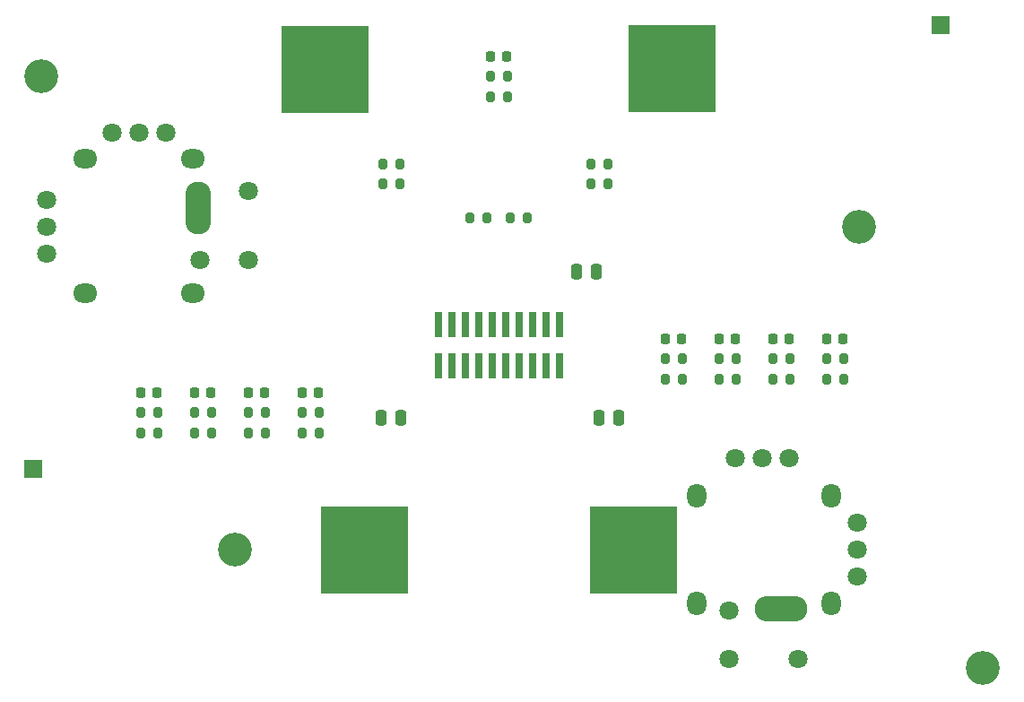
<source format=gbs>
%TF.GenerationSoftware,KiCad,Pcbnew,9.0.5*%
%TF.CreationDate,2025-11-15T17:59:51+00:00*%
%TF.ProjectId,gk-controls,676b2d63-6f6e-4747-926f-6c732e6b6963,rev?*%
%TF.SameCoordinates,Original*%
%TF.FileFunction,Soldermask,Bot*%
%TF.FilePolarity,Negative*%
%FSLAX46Y46*%
G04 Gerber Fmt 4.6, Leading zero omitted, Abs format (unit mm)*
G04 Created by KiCad (PCBNEW 9.0.5) date 2025-11-15 17:59:51*
%MOMM*%
%LPD*%
G01*
G04 APERTURE LIST*
G04 Aperture macros list*
%AMRoundRect*
0 Rectangle with rounded corners*
0 $1 Rounding radius*
0 $2 $3 $4 $5 $6 $7 $8 $9 X,Y pos of 4 corners*
0 Add a 4 corners polygon primitive as box body*
4,1,4,$2,$3,$4,$5,$6,$7,$8,$9,$2,$3,0*
0 Add four circle primitives for the rounded corners*
1,1,$1+$1,$2,$3*
1,1,$1+$1,$4,$5*
1,1,$1+$1,$6,$7*
1,1,$1+$1,$8,$9*
0 Add four rect primitives between the rounded corners*
20,1,$1+$1,$2,$3,$4,$5,0*
20,1,$1+$1,$4,$5,$6,$7,0*
20,1,$1+$1,$6,$7,$8,$9,0*
20,1,$1+$1,$8,$9,$2,$3,0*%
G04 Aperture macros list end*
%ADD10C,0.120000*%
%ADD11C,1.800000*%
%ADD12O,5.000000X2.400000*%
%ADD13O,1.800000X2.300000*%
%ADD14R,1.700000X1.700000*%
%ADD15C,3.200000*%
%ADD16O,2.400000X5.000000*%
%ADD17O,2.300000X1.800000*%
%ADD18RoundRect,0.200000X-0.200000X-0.275000X0.200000X-0.275000X0.200000X0.275000X-0.200000X0.275000X0*%
%ADD19RoundRect,0.200000X0.200000X0.275000X-0.200000X0.275000X-0.200000X-0.275000X0.200000X-0.275000X0*%
%ADD20R,0.740000X2.400000*%
%ADD21RoundRect,0.225000X-0.225000X-0.250000X0.225000X-0.250000X0.225000X0.250000X-0.225000X0.250000X0*%
%ADD22RoundRect,0.250000X-0.250000X-0.475000X0.250000X-0.475000X0.250000X0.475000X-0.250000X0.475000X0*%
G04 APERTURE END LIST*
%TO.C,SW_RB1*%
D10*
X127022660Y-37072132D02*
X118894660Y-37072132D01*
X118894660Y-45200132D01*
X127022660Y-45200132D01*
X127022660Y-37072132D01*
G36*
X127022660Y-37072132D02*
G01*
X118894660Y-37072132D01*
X118894660Y-45200132D01*
X127022660Y-45200132D01*
X127022660Y-37072132D01*
G37*
%TO.C,SW_LB1*%
X94272660Y-37122132D02*
X86144660Y-37122132D01*
X86144660Y-45250132D01*
X94272660Y-45250132D01*
X94272660Y-37122132D01*
G36*
X94272660Y-37122132D02*
G01*
X86144660Y-37122132D01*
X86144660Y-45250132D01*
X94272660Y-45250132D01*
X94272660Y-37122132D01*
G37*
%TO.C,SW_RT1*%
X123422660Y-82472132D02*
X115294660Y-82472132D01*
X115294660Y-90600132D01*
X123422660Y-90600132D01*
X123422660Y-82472132D01*
G36*
X123422660Y-82472132D02*
G01*
X115294660Y-82472132D01*
X115294660Y-90600132D01*
X123422660Y-90600132D01*
X123422660Y-82472132D01*
G37*
%TO.C,SW_LT1*%
X98057000Y-82550000D02*
X89929000Y-82550000D01*
X89929000Y-90678000D01*
X98057000Y-90678000D01*
X98057000Y-82550000D01*
G36*
X98057000Y-82550000D02*
G01*
X89929000Y-82550000D01*
X89929000Y-90678000D01*
X98057000Y-90678000D01*
X98057000Y-82550000D01*
G37*
%TD*%
D11*
%TO.C,SW2*%
X134962260Y-96924732D03*
D12*
X133362260Y-92202732D03*
D11*
X128459860Y-96924732D03*
X128459860Y-92352732D03*
X140499460Y-84046932D03*
X140499460Y-86586932D03*
X140499460Y-89126932D03*
X129018660Y-77900132D03*
X131558660Y-77900132D03*
X134098660Y-77900132D03*
D13*
X138061060Y-81506932D03*
X138061060Y-91641532D03*
X125361060Y-91641532D03*
X125361060Y-81506932D03*
%TD*%
D14*
%TO.C,H5*%
X62738000Y-78994000D03*
%TD*%
D15*
%TO.C,H4*%
X152400000Y-97790000D03*
%TD*%
%TO.C,H2*%
X140708660Y-56136132D03*
%TD*%
%TO.C,H3*%
X63500000Y-41910000D03*
%TD*%
D11*
%TO.C,SW1*%
X83047260Y-52732532D03*
D16*
X78325260Y-54332532D03*
D11*
X83047260Y-59234932D03*
X78475260Y-59234932D03*
X70169460Y-47195332D03*
X72709460Y-47195332D03*
X75249460Y-47195332D03*
X64022660Y-58676132D03*
X64022660Y-56136132D03*
X64022660Y-53596132D03*
D17*
X67629460Y-49633732D03*
X77764060Y-49633732D03*
X77764060Y-62333732D03*
X67629460Y-62333732D03*
%TD*%
D15*
%TO.C,H1*%
X81788000Y-86614000D03*
%TD*%
D14*
%TO.C,H6*%
X148358660Y-37086132D03*
%TD*%
D18*
%TO.C,R21*%
X72835000Y-75565000D03*
X74485000Y-75565000D03*
%TD*%
D19*
%TO.C,R27*%
X84645000Y-73660000D03*
X82995000Y-73660000D03*
%TD*%
%TO.C,R25*%
X74485000Y-73660000D03*
X72835000Y-73660000D03*
%TD*%
%TO.C,R28*%
X89725000Y-73660000D03*
X88075000Y-73660000D03*
%TD*%
D20*
%TO.C,J1*%
X112395000Y-69260000D03*
X112395000Y-65360000D03*
X111125000Y-69260000D03*
X111125000Y-65360000D03*
X109855000Y-69260000D03*
X109855000Y-65360000D03*
X108585000Y-69260000D03*
X108585000Y-65360000D03*
X107315000Y-69260000D03*
X107315000Y-65360000D03*
X106045000Y-69260000D03*
X106045000Y-65360000D03*
X104775000Y-69260000D03*
X104775000Y-65360000D03*
X103505000Y-69260000D03*
X103505000Y-65360000D03*
X102235000Y-69260000D03*
X102235000Y-65360000D03*
X100965000Y-69260000D03*
X100965000Y-65360000D03*
%TD*%
D18*
%TO.C,R22*%
X77915000Y-75565000D03*
X79565000Y-75565000D03*
%TD*%
D21*
%TO.C,C12*%
X122415000Y-66675000D03*
X123965000Y-66675000D03*
%TD*%
D18*
%TO.C,R24*%
X88075000Y-75565000D03*
X89725000Y-75565000D03*
%TD*%
D21*
%TO.C,C15*%
X137655000Y-66675000D03*
X139205000Y-66675000D03*
%TD*%
D19*
%TO.C,R19*%
X134175000Y-68580000D03*
X132525000Y-68580000D03*
%TD*%
D18*
%TO.C,R13*%
X122365000Y-70485000D03*
X124015000Y-70485000D03*
%TD*%
D19*
%TO.C,R18*%
X129095000Y-68580000D03*
X127445000Y-68580000D03*
%TD*%
D21*
%TO.C,C22*%
X105905000Y-40005000D03*
X107455000Y-40005000D03*
%TD*%
D19*
%TO.C,R34*%
X107505000Y-41910000D03*
X105855000Y-41910000D03*
%TD*%
D18*
%TO.C,R23*%
X82995000Y-75565000D03*
X84645000Y-75565000D03*
%TD*%
D21*
%TO.C,C17*%
X77965000Y-71755000D03*
X79515000Y-71755000D03*
%TD*%
D18*
%TO.C,R10*%
X115380000Y-52070000D03*
X117030000Y-52070000D03*
%TD*%
D22*
%TO.C,C2*%
X116144000Y-74168000D03*
X118044000Y-74168000D03*
%TD*%
%TO.C,C1*%
X113985000Y-60325000D03*
X115885000Y-60325000D03*
%TD*%
D19*
%TO.C,R26*%
X79565000Y-73660000D03*
X77915000Y-73660000D03*
%TD*%
D21*
%TO.C,C19*%
X88125000Y-71755000D03*
X89675000Y-71755000D03*
%TD*%
%TO.C,C14*%
X132575000Y-66675000D03*
X134125000Y-66675000D03*
%TD*%
D19*
%TO.C,R6*%
X105600000Y-55245000D03*
X103950000Y-55245000D03*
%TD*%
D22*
%TO.C,C3*%
X95570000Y-74168000D03*
X97470000Y-74168000D03*
%TD*%
D19*
%TO.C,R7*%
X97345000Y-50165000D03*
X95695000Y-50165000D03*
%TD*%
D21*
%TO.C,C16*%
X72885000Y-71755000D03*
X74435000Y-71755000D03*
%TD*%
D19*
%TO.C,R17*%
X124015000Y-68580000D03*
X122365000Y-68580000D03*
%TD*%
D18*
%TO.C,R16*%
X137605000Y-70485000D03*
X139255000Y-70485000D03*
%TD*%
%TO.C,R15*%
X132525000Y-70485000D03*
X134175000Y-70485000D03*
%TD*%
D21*
%TO.C,C13*%
X127495000Y-66675000D03*
X129045000Y-66675000D03*
%TD*%
D19*
%TO.C,R20*%
X139255000Y-68580000D03*
X137605000Y-68580000D03*
%TD*%
D18*
%TO.C,R31*%
X105855000Y-43815000D03*
X107505000Y-43815000D03*
%TD*%
D19*
%TO.C,R9*%
X109410000Y-55245000D03*
X107760000Y-55245000D03*
%TD*%
D21*
%TO.C,C18*%
X83045000Y-71755000D03*
X84595000Y-71755000D03*
%TD*%
D18*
%TO.C,R12*%
X115380000Y-50165000D03*
X117030000Y-50165000D03*
%TD*%
D19*
%TO.C,R8*%
X97345000Y-52070000D03*
X95695000Y-52070000D03*
%TD*%
D18*
%TO.C,R14*%
X127445000Y-70485000D03*
X129095000Y-70485000D03*
%TD*%
M02*

</source>
